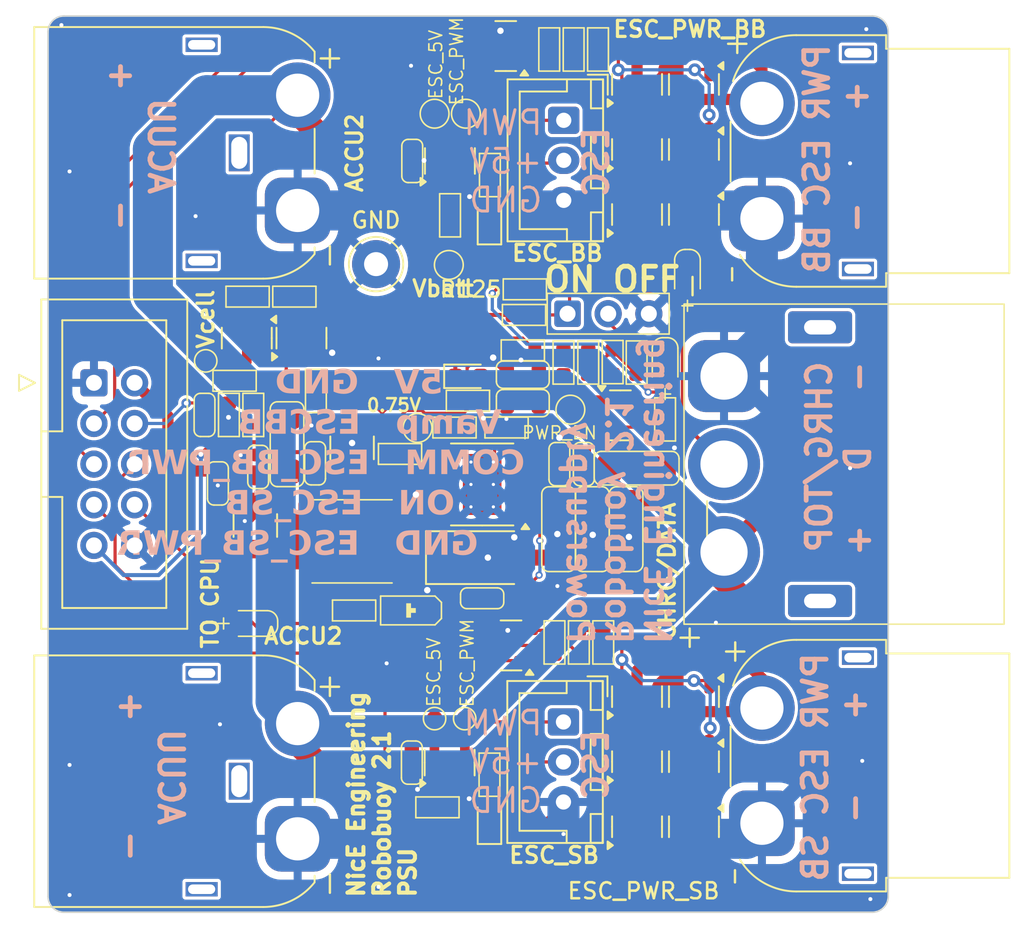
<source format=kicad_pcb>
(kicad_pcb (version 20241229) (generator "pcbnew") (generator_version "9.0")
  (title_block (title "Bottom V2.0 Round") (date "2025-03-14") (rev "2.0") (company "NicE Engineering"))
  (layers (0 "F.Cu" signal) (4 "In1.Cu" signal) (6 "In2.Cu" signal) (2 "B.Cu" signal) (13 "F.Paste" user) (15 "B.Paste" user) (5 "F.SilkS" user "F.Silkscreen") (7 "B.SilkS" user "B.Silkscreen") (1 "F.Mask" user) (3 "B.Mask" user) (25 "Edge.Cuts" user))
  (net 0 "")
  (net 1 "Net-(D101-A)")
  (net 2 "GND")
  (net 3 "VSAMP")
  (net 4 "Vbatt")
  (net 5 "+5V")
  (net 6 "COMM")
  (net 7 "Net-(Q101-D)")
  (net 8 "Net-(Q102-G)")
  (net 9 "Net-(Q102-D)")
  (net 10 "Net-(Q103-D)")
  (net 11 "ESC_SB_PWR")
  (net 12 "Net-(Q104-D)")
  (net 13 "ESC_BB_PWR")
  (net 14 "Net-(Q105-G)")
  (net 15 "Net-(Q106-G)")
  (net 16 "Net-(Q101-G)")
  (net 17 "ESC_BB")
  (net 18 "Net-(U102-A)")
  (net 19 "ESC_SB")
  (net 20 "Net-(D101-K)")
  (net 22 "Net-(D104-K)")
  (net 23 "Net-(U101-BOOT)")
  (net 24 "Net-(D107-K)")
  (net 25 "Net-(J102-Pin_2)")
  (net 26 "Net-(J103-Pin_2)")
  (net 27 "Net-(D105-A)")
  (net 28 "Net-(D106-A)")
  (net 29 "Net-(D108-A)")
  (net 30 "Net-(J102-Pin_1)")
  (net 31 "Net-(J103-Pin_1)")
  (net 32 "Net-(D103-A)")
  (net 33 "Net-(R105-Pad2)")
  (net 34 "Net-(U103-A)")
  (net 35 "Net-(U101-FB)")
  (net 37 "Net-(U101-RT{slash}SYNC)")
  (net 39 "ON")
  (net 40 "Net-(J105-Pin_2)")
  (net 41 "Net-(J106-Pin_2)")
  (net 42 "Net-(Q119-G)")
  (net 43 "Net-(Q119-D)")
  (footprint "A_Device:R_0603" (layer "F.Cu") (at 105.936 77.544 180)
    (property "Reference" "R123" (hide yes))
    (property "Value" "10K")
  )
  (footprint "A_Device:R_0603" (layer "F.Cu") (at 123.589 62.05 -90)
    (property "Reference" "R102" (hide yes))
    (property "Value" "100K")
  )
  (footprint "Connector_IDC:IDC-Header_2x05_P2.54mm_Vertical" (layer "F.Cu") (at 89.68 63.32)
    (property "Reference" "J108" (hide yes))
    (property "Value" "TO CPU")
  )
  (footprint "A_Device:C_0603" (layer "F.Cu") (at 109.5428 87.05 -90)
    (property "Reference" "C108" (hide yes))
    (property "Value" "100n")
  )
  (footprint "LED_SMD:LED_0603_1608Metric" (layer "F.Cu") (at 114.3942 90.6504 90)
    (property "Reference" "D105" (hide yes))
    (property "Value" "PWR_ESC")
  )
  (footprint "A_Device:R_0603" (layer "F.Cu") (at 115.461 66.114 180)
    (property "Reference" "R124" (hide yes))
    (property "Value" "47K")
  )
  (footprint "Package_TO_SOT_SMD:SOT-23" (layer "F.Cu") (at 127.1704 91.0568 -90)
    (property "Reference" "Q115" (hide yes))
    (property "Value" "AO3401A")
  )
  (footprint "A_Device:R_0603" (layer "F.Cu") (at 118.128 42.492 90)
    (property "Reference" "R118" (hide yes))
    (property "Value" "100K")
  )
  (footprint "A_Device:C_1206_(1.6)" (layer "F.Cu") (at 101.745 67.1554 90)
    (property "Reference" "C113" (hide yes))
    (property "Value" "4.7uF/10V")
  )
  (footprint "Diode_SMD:D_SMA" (layer "F.Cu") (at 113.937 74.242)
    (property "Reference" "D107" (hide yes))
    (property "Value" "SS54")
  )
  (footprint "Package_TO_SOT_SMD:SOT-23-5" (layer "F.Cu") (at 111.905 87.05 90)
    (property "Reference" "U102" (hide yes))
    (property "Value" "SN74LV1T34DBV")
  )
  (footprint "A_Device:R_0603" (layer "F.Cu") (at 119.9799 79.5404 90)
    (property "Reference" "R119" (hide yes))
    (property "Value" "10K")
  )
  (footprint "A_Device:R_0603" (layer "F.Cu") (at 108.8062 67.765)
    (property "Reference" "R115" (hide yes))
    (property "Value" "47K")
  )
  (footprint "A_Connector:AMASS_XT60IPW-M_1x03_P7.20mm_Horizontal" (layer "F.Cu") (at 102.4085 91.812 90)
    (property "Reference" "J104" (hide yes))
    (property "Value" "ACCU2")
  )
  (footprint "A_Device:R_0603" (layer "F.Cu") (at 111.143 89.844 180)
    (property "Reference" "R112" (hide yes))
    (property "Value" "100")
  )
  (footprint "Connector_JST:JST_XH_B3B-XH-A_1x03_P2.50mm_Vertical" (layer "F.Cu") (at 119.034 46.918 -90)
    (property "Reference" "J103" (hide yes))
    (property "Value" "ESC_BB")
  )
  (footprint "A_Device:C_1206_(1.6)" (layer "F.Cu") (at 123.589 68.654)
    (property "Reference" "C107" (hide yes))
    (property "Value" "22uF/35V")
  )
  (footprint "A_Device:R_0603" (layer "F.Cu") (at 98.1128 65.3266 -90)
    (property "Reference" "R110" (hide yes))
    (property "Value" "1k")
  )
  (footprint "A_Device:C_0603" (layer "F.Cu") (at 113.937 76.782)
    (property "Reference" "C114" (hide yes))
    (property "Value" "100n")
  )
  (footprint "A_Device:D_SOD-323_1.8x1.4x1.15" (layer "F.Cu") (at 126.764 56.5382 -90)
    (property "Reference" "D109" (hide yes))
    (property "Value" "1N4148WS")
  )
  (footprint "Package_TO_SOT_SMD:SOT-23" (layer "F.Cu") (at 123.6144 44.6764 90)
    (property "Reference" "Q114" (hide yes))
    (property "Value" "AO3401A")
  )
  (footprint "A_Device:R_0603" (layer "F.Cu") (at 112.2098 66.114)
    (property "Reference" "R116" (hide yes))
    (property "Value" "8.2K")
  )
  (footprint "A_Device:R_0603" (layer "F.Cu") (at 111.9304 52.8552 -90)
    (property "Reference" "R111" (hide yes))
    (property "Value" "100")
  )
  (footprint "A_Device:C_0603" (layer "F.Cu") (at 96.5888 65.3266 -90)
    (property "Reference" "C106" (hide yes))
    (property "Value" "100n")
  )
  (footprint "A_Device:C_0603" (layer "F.Cu") (at 120.287 68.4 90)
    (property "Reference" "C102" (hide yes))
    (property "Value" "100n")
  )
  (footprint "A_Device:D_SOD-323_1.8x1.4x1.15" (layer "F.Cu") (at 99.6114 78.3568 180)
    (property "Reference" "D104" (hide yes))
    (property "Value" "1N4148WS")
  )
  (footprint "Package_TO_SOT_SMD:SOT-23" (layer "F.Cu") (at 123.6144 52.8044 90)
    (property "Reference" "Q108" (hide yes))
    (property "Value" "AO3401A")
  )
  (footprint "A_Device:R_0603" (layer "F.Cu") (at 121.5039 79.5404 90)
    (property "Reference" "R121" (hide yes))
    (property "Value" "18K")
  )
  (footprint "A_Connector:AMASS_XT60PW-F_1x02_P7.20mm_Horizontal" (layer "F.Cu") (at 131.417 53.058 -90)
    (property "Reference" "J106" (hide yes))
    (property "Value" "ESC_PWR_BB")
  )
  (footprint "A_Device:C_0603" (layer "F.Cu") (at 118.763 68.4 90)
    (property "Reference" "C103" (hide yes))
    (property "Value" "10n")
  )
  (footprint "A_Pads_Pins:Testpad_1.4" (layer "F.Cu") (at 119.4488 64.9964 180)
    (property "Reference" "TP102" (hide yes))
    (property "Value" "PWR_EN")
  )
  (footprint "A_Pads_Pins:Testpad_1.4" (layer "F.Cu") (at 112.921 46.5052)
    (property "Reference" "TP105" (hide yes))
    (property "Value" "ESC_PWM")
  )
  (footprint "Package_TO_SOT_SMD:SOT-23-5" (layer "F.Cu") (at 111.922 49.458 90)
    (property "Reference" "U103" (hide yes))
    (property "Value" "SN74LV1T34DBV")
  )
  (footprint "TestPoint:TestPoint_Loop_D2.54mm_Drill1.5mm_Beaded" (layer "F.Cu") (at 107.3076 55.9032)
    (property "Reference" "TP101" (hide yes))
    (property "Value" "GND")
  )
  (footprint "Package_TO_SOT_SMD:SOT-23" (layer "F.Cu") (at 102.6453 60.526 90)
    (property "Reference" "Q101" (hide yes))
    (property "Value" "AO3400A")
  )
  (footprint "A_Device:R_0603" (layer "F.Cu") (at 98.4684 63.193 180)
    (property "Reference" "R109" (hide yes))
    (property "Value" "6.2k")
  )
  (footprint "Package_TO_SOT_SMD:SOT-23" (layer "F.Cu") (at 127.1704 82.9288 -90)
    (property "Reference" "Q111" (hide yes))
    (property "Value" "AO3401A")
  )
  (footprint "A_Device:R_0603" (layer "F.Cu") (at 116.477 61.288 180)
    (property "Reference" "R107" (hide yes))
    (property "Value" "47K")
  )
  (footprint "A_Connector:AMASS_XT60IPW-M_1x03_P5.50mm_Vertical" (layer "F.Cu") (at 129.05 68.4 -90)
    (property "Reference" "J101" (hide yes))
    (property "Value" "CHRG/DATA")
  )
  (footprint "A_Device:C_0805" (layer "F.Cu") (at 116.477 62.812 180)
    (property "Reference" "C104" (hide yes))
    (property "Value" "10u/25V")
  )
  (footprint "LED_SMD:LED_0603_1608Metric" (layer "F.Cu") (at 114.3942 53.1854 90)
    (property "Reference" "D106" (hide yes))
    (property "Value" "PWR_ESC")
  )
  (footprint "A_Device:L_6.6x7.0mm" (layer "F.Cu") (at 105.809 73.226 180)
    (property "Reference" "L101" (hide yes))
    (property "Value" "10uH")
  )
  (footprint "A_Device:C_1206_(1.6)" (layer "F.Cu") (at 122.9286 72.464 -90)
    (property "Reference" "C110" (hide yes))
    (property "Value" "22uF/35V")
  )
  (footprint "A_Pads_Pins:Testpad_1.4" (layer "F.Cu") (at 109.8984 66.1394 180)
    (property "Reference" "TP106" (hide yes))
    (property "Value" "0.75V")
  )
  (footprint "A_Connector:AMASS_XT60PW-F_1x02_P7.20mm_Horizontal" (layer "F.Cu") (at 131.417 90.84 -90)
    (property "Reference" "J105" (hide yes))
    (property "Value" "ESC_PWR_SB")
  )
  (footprint "Capacitor_SMD:C_1210_3225Metric" (layer "F.Cu") (at 105.809 67.384 90)
    (property "Reference" "C111" (hide yes))
    (property "Value" "100u/10V")
  )
  (footprint "Package_TO_SOT_SMD:SOT-23" (layer "F.Cu") (at 127.1704 86.9928 -90)
    (property "Reference" "Q113" (hide yes))
    (property "Value" "AO3401A")
  )
  (footprint "A_Connector:AMASS_XT60IPW-M_1x03_P7.20mm_Horizontal" (layer "F.Cu") (at 102.4085 52.55 90)
    (property "Reference" "J107" (hide yes))
    (property "Value" "ACCU2")
  )
  (footprint "Package_TO_SOT_SMD:SOT-23" (layer "F.Cu") (at 123.6144 86.9928 90)
    (property "Reference" "Q105" (hide yes))
    (property "Value" "AO3401A")
  )
  (footprint "Package_SO:SOIC-8-1EP_3.9x4.9mm_P1.27mm_EP2.41x3.81mm_ThermalVias" (layer "F.Cu") (at 113.937 69.67 180)
    (property "Reference" "U101" (hide yes))
    (property "Value" "LMR16020PDDA")
  )
  (footprint "Package_TO_SOT_SMD:SOT-23" (layer "F.Cu") (at 115.7404 79.7284 180)
    (property "Reference" "Q103" (hide yes))
    (property "Value" "AO3400A")
  )
  (footprint "Connector_JST:JST_XH_B3B-XH-A_1x03_P2.50mm_Vertical" (layer "F.Cu") (at 119.017 84.51 -90)
    (property "Reference" "J102" (hide yes))
    (property "Value" "ESC_SB")
  )
  (footprint "A_Device:C_0603" (layer "F.Cu") (at 99.9416 68.5778 90)
    (property "Reference" "C112" (hide yes))
    (property "Value" "100n")
  )
  (footprint "A_Pads_Pins:Testpad_1.4" (layer "F.Cu") (at 111.8542 55.954)
    (property "Reference" "TP109" (hide yes))
    (property "Value" "Vbatt")
  )
  (footprint "A_Device:R_0603" (layer "F.Cu") (at 125.367 65.606 90)
    (property "Reference" "R132" (hide yes))
    (property "Value" "10K")
  )
  (footprint "Package_TO_SOT_SMD:SOT-23" (layer "F.Cu") (at 123.6144 48.7404 90)
    (property "Reference" "Q112" (hide yes))
    (property "Value" "AO3401A")
  )
  (footprint "A_Device:C_0603" (layer "F.Cu") (at 103.4976 68.3492 90)
    (property "Reference" "C119" (hide yes))
    (property "Value" "1n")
  )
  (footprint "A_Device:D_SOD-323_1.8x1.4x1.15" (layer "F.Cu") (at 125.367 62.05 -90)
    (property "Reference" "D101" (hide yes))
    (property "Value" "1N4148WS")
  )
  (footprint "A_Device:C_0603" (layer "F.Cu") (at 109.5682 49.458 -90)
    (property "Reference" "C109" (hide yes))
    (property "Value" "100n")
  )
  (footprint "Package_TO_SOT_SMD:SOT-23" (layer "F.Cu") (at 122.573 65.352)
    (property "Reference" "Q119" (hide yes))
    (property "Value" "AO3401A")
  )
  (footprint "A_Device:C_0603" (layer "F.Cu") (at 97.427 69.6058 -90)
    (property "Reference" "C116" (hide yes))
    (property "Value" "100n")
  )
  (footprint "A_Pads_Pins:Testpad_1.4" (layer "F.Cu") (at 110.9652 46.5052)
    (property "Reference" "TP108" (hide yes))
    (property "Value" "ESC_5V")
  )
  (footprint "A_Device:R_0603" (layer "F.Cu") (at 113.048 64.4376 180)
    (property "Reference" "R103" (hide yes))
    (property "Value" "10K")
  )
  (footprint "A_Connector:Header_1x03_P2.54_Male" (layer "F.Cu") (at 121.811 59.002)
    (property "Reference" "SW101" (hide yes))
    (property "Value" "On/Off")
  )
  (footprint "A_Device:R_0603" (layer "F.Cu") (at 114.4196 50.3406 90)
    (property "Reference" "R114" (hide yes))
    (property "Value" "4.7k")
  )
  (footprint "LED_SMD:LED_0603_1608Metric" (layer "F.Cu") (at 113.048 62.9136)
    (property "Reference" "D103" (hide yes))
    (property "Value" "COM")
  )
  (footprint "A_Device:R_0603" (layer "F.Cu") (at 114.3942 87.8056 90)
    (property "Reference" "R113" (hide yes))
    (property "Value" "4.7k")
  )
  (footprint "A_Device:R_0603" (layer "F.Cu") (at 116.604 57.478 180)
    (property "Reference" "R125")
    (property "Value" "1k")
  )
  (footprint "Package_TO_SOT_SMD:SOT-23" (layer "F.Cu") (at 127.1704 52.8044 -90)
    (property "Reference" "Q110" (hide yes))
    (property "Value" "AO3401A")
  )
  (footprint "A_Device:R_0603" (layer "F.Cu") (at 120.5664 62.05 90)
    (property "Reference" "R105" (hide yes))
    (property "Value" "100K")
  )
  (footprint "A_Pads_Pins:Testpad_1" (layer "F.Cu") (at 110.9652 84.3004)
    (property "Reference" "TP107" (hide yes))
    (property "Value" "ESC_5V")
  )
  (footprint "Capacitor_SMD:C_1210_3225Metric" (layer "F.Cu") (at 99.7638 72.2354 90)
    (property "Reference" "C117" (hide yes))
    (property "Value" "100u/10V")
  )
  (footprint "A_Device:R_0603" (layer "F.Cu") (at 116.5532 59.0782 180)
    (property "Reference" "R129" (hide yes))
    (property "Value" "2K")
  )
  (footprint "A_Device:R_0603" (layer "F.Cu") (at 122.0904 62.0246 -90)
    (property "Reference" "R126" (hide yes))
    (property "Value" "100K")
  )
  (footprint "A_Device:R_0603" (layer "F.Cu") (at 99.6368 65.3266 -90)
    (property "Reference" "R108" (hide yes))
    (property "Value" "1k")
  )
  (footprint "A_Device:R_0603" (layer "F.Cu") (at 119.652 42.492 90)
    (property "Reference" "R120" (hide yes))
    (property "Value" "10K")
  )
  (footprint "A_Device:R_0603" (layer "F.Cu") (at 103.5484 63.828 -90)
    (property "Reference" "R101" (hide yes))
    (property "Value" "100")
  )
  (footprint "A_Device:R_0603" (layer "F.Cu") (at 121.176 42.492 90)
    (property "Reference" "R122" (hide yes))
    (property "Value" "18K")
  )
  (footprint "Package_TO_SOT_SMD:SOT-23" (layer "F.Cu") (at 123.6144 82.9288 90)
    (property "Reference" "Q107" (hide yes))
    (property "Value" "AO3401A")
  )
  (footprint "A_Device:C_1206_(1.6)" (layer "F.Cu") (at 120.827055 72.464 -90)
    (property "Reference" "C101" (hide yes))
    (property "Value" "4.7uF/50V")
  )
  (footprint "A_Passive:LED_0805" (layer "F.Cu") (at 109.492 77.544 180)
    (property "Reference" "D108" (hide yes))
    (property "Value" "3.3V")
  )
  (footprint "Package_TO_SOT_SMD:SOT-23" (layer "F.Cu") (at 99.2304 60.526 -90)
    (property "Reference" "Q102" (hide yes))
    (property "Value" "AO3401A")
  )
  (footprint "Package_TO_SOT_SMD:SOT-23" (layer "F.Cu") (at 123.6144 91.0568 90)
    (property "Reference" "Q109" (hide yes))
    (property "Value" "AO3401A")
  )
  (footprint "A_Pads_Pins:Testpad_1" (layer "F.Cu") (at 96.665 61.9484)
    (property "Reference" "TP103" (hide yes))
    (property "Value" "Vcell")
  )
  (footprint "A_Device:C_1206_(1.6)" (layer "F.Cu") (at 118.7122 72.464 -90)
    (property "Reference" "C115" (hide yes))
    (property "Value" "22uF/35V")
  )
  (footprint "A_Device:R_0603" (layer "F.Cu") (at 99.2812 57.9352 180)
    (property "Reference" "R128" (hide yes))
    (property "Value" "10K")
  )
  (footprint "Package_TO_SOT_SMD:SOT-23" (layer "F.Cu") (at 127.1704 44.6764 -90)
    (property "Reference" "Q116" (hide yes))
    (property "Value" "AO3401A")
  )
  (footprint "Package_TO_SOT_SMD:SOT-23" (layer "F.Cu") (at 115.4102 42.2775 180)
    (property "Reference" "Q104" (hide yes))
    (property "Value" "AO3400A")
  )
  (footprint "A_Device:R_0603" (layer "F.Cu") (at 118.4559 79.5404 90)
    (property "Reference" "R117" (hide yes))
    (property "Value" "100K")
  )
  (footprint "A_Device:R_0603" (layer "F.Cu") (at 102.2022 57.9352 180)
    (property "Reference" "R104" (hide yes))
    (property "Value" "100K")
  )
  (footprint "A_Device:R_0603" (layer "F.Cu") (at 119.017 62.05 90)
    (property "Reference" "R106" (hide yes))
    (property "Value" "100K")
  )
  (footprint "A_Pads_Pins:Testpad_1" (layer "F.Cu") (at 112.8448 84.3004)
    (property "Reference" "TP104" (hide yes))
    (property "Value" "ESC_PWM")
  )
  (footprint "Package_TO_SOT_SMD:SOT-23" (layer "F.Cu") (at 127.1704 48.7404 -90)
    (property "Reference" "Q106" (hide yes))
    (property "Value" "AO3401A")
  )
  (footprint "A_Device:C_0805" (layer "F.Cu") (at 116.477 64.59 180)
    (property "Reference" "C105" (hide yes))
    (property "Value" "10u/25V")
  )
  (gr_arc (start 87.81 96.4) (mid 87.102893 96.107107) (end 86.81 95.4) (stroke (width 0.1)) (layer "Edge.Cuts"))
  (gr_arc (start 139.31 95.4) (mid 139.017107 96.107107) (end 138.31 96.4) (stroke (width 0.1)) (layer "Edge.Cuts"))
  (gr_line (start 87.81 40.4) (end 138.31 40.4) (stroke (width 0.1)) (layer "Edge.Cuts"))
  (gr_arc (start 86.81 41.4) (mid 87.102893 40.692893) (end 87.81 40.4) (stroke (width 0.1)) (layer "Edge.Cuts"))
  (gr_arc (start 138.31 40.4) (mid 139.017107 40.692893) (end 139.31 41.4) (stroke (width 0.1)) (layer "Edge.Cuts"))
  (gr_line (start 138.31 96.4) (end 87.81 96.4) (stroke (width 0.1)) (layer "Edge.Cuts"))
  (gr_line (start 86.81 95.4) (end 86.81 41.4) (stroke (width 0.1)) (layer "Edge.Cuts"))
  (gr_line (start 139.31 41.4) (end 139.31 95.4) (stroke (width 0.1)) (layer "Edge.Cuts"))
  (gr_text "ON OFF" (at 117.6454 57.732 0) (layer "F.SilkS") (effects (font (size 1.5 1.5) (thickness 0.3) (bold yes)) (justify left bottom)))
  (gr_text "NicE Engineering\nRobobuoy 2.1\nPSU" (at 109.873 95.578 90) (layer "F.SilkS") (effects (font (size 1 1) (thickness 0.25) (bold yes)) (justify left bottom)))
  (gr_text "+" (at 126.7894 79.2458 90) (layer "F.SilkS") (effects (font (size 1.5 1.5))))
  (gr_text "ESC" (at 121.9144 84.8488 90) (layer "B.SilkS") (effects (font (size 1.5 1.5) (thickness 0.3) (bold yes)) (justify left bottom mirror)))
  (gr_text "PWM\n+5V\nGND" (at 117.8232 90.2948 0) (layer "B.SilkS") (effects (font (size 1.5 1.5) (thickness 0.1875)) (justify left bottom mirror)))
  (gr_text "NicE Engineering\nRobobuoy 2.1\nPowersupply" (at 119.144 79.8046 270) (layer "B.SilkS") (effects (font (size 1.5 1.5) (thickness 0.3) (bold yes)) (justify left bottom mirror)))
  (gr_text "PWR ESC SB\n  +    -" (at 138.0416 80.0332 90) (layer "B.SilkS") (effects (font (size 1.5 1.5) (thickness 0.3) (bold yes)) (justify left bottom mirror)))
  (gr_text "PWR ESC BB\n  +     -" (at 138.1432 42.0094 90) (layer "B.SilkS") (effects (font (size 1.5 1.5) (thickness 0.3) (bold yes)) (justify left bottom mirror)))
  (gr_text "CHRG/TOP\n-   D   +" (at 138.2956 61.8214 90) (layer "B.SilkS") (effects (font (size 1.5 1.5) (thickness 0.3) (bold yes)) (justify left bottom mirror)))
  (gr_text "  ACUU\n-      +" (at 90.569 53.9728 270) (layer "B.SilkS") (effects (font (size 1.5 1.5) (thickness 0.3) (bold yes)) (justify left bottom mirror)))
  (gr_text "PWM\n+5V\nGND" (at 117.8232 52.779 0) (layer "B.SilkS") (effects (font (size 1.5 1.5) (thickness 0.1875)) (justify left bottom mirror)))
  (gr_text "  ACUU\n-      +" (at 91.1786 93.3936 270) (layer "B.SilkS") (effects (font (size 1.5 1.5) (thickness 0.3) (bold yes)) (justify left bottom mirror)))
  (gr_text "       5V   GND\n  Vamp   ESCBB\nCOMM   ESC_BB_PWR\n      ON   ESC_SB\n    GND   ESC_SB_PWR\n" (at 116.604 68.4 0) (layer "B.SilkS") (effects (font (size 1.5 1.5) (thickness 0.3) (bold yes)) (justify left mirror)))
  (gr_text "ESC" (at 121.938 47.191 90) (layer "B.SilkS") (effects (font (size 1.5 1.5) (thickness 0.3) (bold yes)) (justify left bottom mirror)))
  (segment (start 120.5664 62.7986) (end 122.0904 61.2746) (width 0.2) (layer "F.Cu") (net 1))
  (segment (start 125.367 63.1) (end 124.8676 63.1) (width 0.2) (layer "F.Cu") (net 1))
  (segment (start 122.0904 61.3014) (end 123.589 62.8) (width 0.2) (layer "F.Cu") (net 1))
  (segment (start 122.0904 61.2746) (end 122.0904 61.3014) (width 0.2) (layer "F.Cu") (net 1))
  (segment (start 120.5664 62.8) (end 120.5664 62.7986) (width 0.2) (layer "F.Cu") (net 1))
  (segment (start 120.6052 62.8) (end 120.541 62.8) (width 0.2) (layer "F.Cu") (net 1))
  (segment (start 124.5676 62.8) (end 123.589 62.8) (width 0.2) (layer "F.Cu") (net 1))
  (segment (start 124.8676 63.1) (end 124.5676 62.8) (width 0.2) (layer "F.Cu") (net 1))
  (segment (start 98.1128 65.502) (end 98.0874 65.4766) (width 0.2) (layer "F.Cu") (net 2))
  (segment (start 123.113055 72.953255) (end 123.1064 72.9466) (width 0.6) (layer "F.Cu") (net 2))
  (segment (start 116.3477 41.3275) (end 115.0839 41.3275) (width 0.2) (layer "F.Cu") (net 2))
  (segment (start 105.2382 67.65) (end 105.809 67.0792) (width 0.6) (layer "F.Cu") (net 2))
  (segment (start 103.269 65.987) (end 103.4976 66.2156) (width 0.6) (layer "F.Cu") (net 2))
  (segment (start 109.5682 50.208) (end 109.5682 50.1628) (width 0.2) (layer "F.Cu") (net 2))
  (segment (start 110.508 77.528) (end 110.508 76.274) (width 0.2) (layer "F.Cu") (net 2))
  (segment (start 111.462 70.305) (end 113.302 70.305) (width 0.6) (layer "F.Cu") (net 2))
  (segment (start 114.3942 53.9729) (end 116.9791 53.9729) (width 0.2) (layer "F.Cu") (net 2))
  (segment (start 111.462 70.305) (end 109.7968 70.305) (width 0.4) (layer "F.Cu") (net 2))
  (segment (start 99.7638 71.2956) (end 99.1034 71.956) (width 0.8) (layer "F.Cu") (net 2))
  (segment (start 109.5682 50.1628) (end 110.3048 49.4262) (width 0.2) (layer "F.Cu") (net 2))
  (segment (start 97.427 69.737773) (end 97.420027 69.7308) (width 0.4) (layer "F.Cu") (net 2))
  (segment (start 101.745 65.4554) (end 102.7374 65.4554) (width 0.8) (layer "F.Cu") (net 2))
  (segment (start 115.477 64.59) (end 115.477 62.812) (width 0.2) (layer "F.Cu") (net 2))
  (segment (start 100.1194 67.65) (end 103.523 67.65) (width 0.25) (layer "F.Cu") (net 2))
  (segment (start 115.477 65.552654) (end 115.452355 65.577299) (width 0.2) (layer "F.Cu") (net 2))
  (segment (start 99.9416 67.8278) (end 98.8628 67.8278) (width 0.2) (layer "F.Cu") (net 2))
  (segment (start 122.8506 74.242) (end 122.9286 74.164) (width 1) (layer "F.Cu") (net 2))
  (segment (start 125.289 68.654) (end 125.289 68.0462) (width 0.6) (layer "F.Cu") (net 2))
  (segment (start 113.302 70.305) (end 113.937 69.67) (width 0.6) (layer "F.Cu") (net 2))
  (segment (start 114.0132 65.5298) (end 114.1268 65.5298) (width 0.2) (layer "F.Cu") (net 2))
  (segment (start 104.5413 61.4635) (end 104.5644 61.4404) (width 0.25) (layer "F.Cu") (net 2))
  (segment (start 114.6228 61.7452) (end 114.645249 61.767649) (width 0.2) (layer "F.Cu") (net 2))
  (segment (start 103.523 67.65) (end 105.2382 67.65) (width 0.6) (layer "F.Cu") (net 2))
  (segment (start 105.809 65.909) (end 105.809 67.0792) (width 0.6) (layer "F.Cu") (net 2))
  (segment (start 116.3477 41.3275) (end 117.7135 41.3275) (width 0.2) (layer "F.Cu") (net 2))
  (segment (start 112.9598 66.114) (end 112.9598 66.1274) (width 0.2) (layer "F.Cu") (net 2))
  (segment (start 113.937 67.1046) (end 113.937 69.67) (width 0.2) (layer "F.Cu") (net 2))
  (segment (start 97.427 70.3558) (end 97.427 69.737773) (width 0.4) (layer "F.Cu") (net 2))
  (segment (start 114.711 66.114) (end 114.711 68.896) (width 0.2) (layer "F.Cu") (net 2))
  (segment (start 120.827055 74.164) (end 120.827055 72.838345) (width 0.6) (layer "F.Cu") (net 2))
  (segment (start 116.6899 78.7904) (end 116.6779 78.7784) (width 0.2) (layer "F.Cu") (net 2))
  (segment (start 116.9791 53.9729) (end 119.034 51.918) (width 0.2) (layer "F.Cu") (net 2))
  (segment (start 115.727 61.738) (end 115.883229 61.894229) (width 0.2) (layer "F.Cu") (net 2))
  (segment (start 120.287 67.65) (end 118.763 67.65) (width 0.4) (layer "F.Cu") (net 2))
  (segment (start 118.4559 78.7904) (end 116.6899 78.7904) (width 0.2) (layer "F.Cu") (net 2))
  (segment (start 114.645249 61.980249) (end 115.477 62.812) (width 0.2) (layer "F.Cu") (net 2))
  (segment (start 118.636 74.0878) (end 118.636 72.7688) (width 0.6) (layer "F.Cu") (net 2))
  (segment (start 112.855 89.035) (end 113.1242 89.3042) (width 0.2) (layer "F.Cu") (net 2))
  (segment (start 101.745 65.4554) (end 101.745 65.872) (width 0.7) (layer "F.Cu") (net 2))
  (segment (start 99.7638 70.7604) (end 99.7638 71.2956) (width 0.8) (layer "F.Cu") (net 2))
  (segment (start 99.9416 67.8278) (end 100.1194 67.65) (width 0.25) (layer "F.Cu") (net 2))
  (segment (start 115.727 61.288) (end 115.727 61.738) (width 0.2) (layer "F.Cu") (net 2))
  (segment (start 102.7374 65.4554) (end 103.269 65.987) (width 0.8) (layer "F.Cu") (net 2))
  (segment (start 115.937 74.242) (end 114.2926 74.242) (width 0.4) (layer "F.Cu") (net 2))
  (segment (start 103.5953 61.4635) (end 104.5413 61.4635) (width 0.25) (layer "F.Cu") (net 2))
  (segment (start 109.5428 87.8) (end 109.5428 88.3644) (width 0.2) (layer "F.Cu") (net 2))
  (segment (start 118.7122 74.164) (end 118.636 74.0878) (width 0.6) (layer "F.Cu") (net 2))
  (segment (start 109.5428 88.3644) (end 109.8984 88.72) (width 0.2) (layer "F.Cu") (net 2))
  (segment (start 114.711 68.896) (end 113.937 69.67) (width 0.2) (layer "F.Cu") (net 2))
  (segment (start 120.827055 72.838345) (end 120.8458 72.8196) (width 0.6) (layer "F.Cu") (net 2))
  (segment (start 115.477 64.59) (end 115.477 65.552654) (width 0.2) (layer "F.Cu") (net 2))
  (segment (start 112.872 50.5955) (end 112.872 51.4092) (width 0.2) (layer "F.Cu") (net 2))
  (segment (start 112.9598 66.1274) (end 113.937 67.1046) (width 0.2) (layer "F.Cu") (net 2))
  (segment (start 114.645249 61.767649) (end 114.645249 61.980249) (width 0.2) (layer "F.Cu") (net 2))
  (segment (start 103.4976 66.2156) (end 103.4976 67.5992) (width 0.6) (layer "F.Cu") (net 2))
  (segment (start 98.8628 67.8278) (end 98.8494 67.8412) (width 0.2) (layer "F.Cu") (net 2))
  (segment (start 117.0891 91.4379) (end 119.017 89.51) (width 0.2) (layer "F.Cu") (net 2))
  (segment (start 123.113055 74.164) (end 118.7122 74.164) (width 0.6) (layer "F.Cu") (net 2))
  (segment (start 113.937 69.67) (end 113.937 72.242) (width 0.6) (layer "F.Cu") (net 2))
  (segment (start 98.1128 66.0766) (end 98.1128 65.502) (width 0.2) (layer "F.Cu") (net 2))
  (segment (start 118.763 67.65) (end 118.763 66.749) (width 0.4) (layer "F.Cu") (net 2))
  (segment (start 113.937 72.242) (end 115.937 74.242) (width 0.6) (layer "F.Cu") (net 2))
  (segment (start 112.855 88.1875) (end 112.855 89.035) (width 0.2) (layer "F.Cu") (net 2))
  (segment (start 115.937 74.242) (end 122.8506 74.242) (width 1) (layer "F.Cu") (net 2))
  (segment (start 115.937 72.9786) (end 115.9436 72.972) (width 0.4) (layer "F.Cu") (net 2))
  (segment (start 118.7122 75.9438) (end 118.636 76.02) (width 0.4) (layer "F.Cu") (net 2))
  (segment (start 123.113055 74.164) (end 123.113055 72.953255) (width 0.6) (layer "F.Cu") (net 2))
  (segment (start 117.7135 41.3275) (end 118.128 41.742) (width 0.2) (layer "F.Cu") (net 2))
  (segment (start 114.1268 65.5298) (end 114.711 66.114) (width 0.2) (layer "F.Cu") (net 2))
  (segment (start 114.3942 91.4379) (end 117.0891 91.4379) (width 0.2) (layer "F.Cu") (net 2))
  (segment (start 112.872 51.4092) (end 113.1496 51.6868) (width 0.2) (layer "F.Cu") (net 2))
  (segment (start 115.937 74.242) (end 115.937 72.9786) (width 0.4) (layer "F.Cu") (net 2))
  (segment (start 125.289 68.0462) (end 125.9512 67.384) (width 0.6) (layer "F.Cu") (net 2))
  (segment (start 118.7122 74.164) (end 118.7122 75.9438) (width 0.4) (layer "F.Cu") (net 2))
  (segment (start 115.0839 41.3275) (end 115.08 41.3236) (width 0.2) (layer "F.Cu") (net 2))
  (segment (start 110.492 77.544) (end 110.508 77.528) (width 0.2) (layer "F.Cu") (net 2))
  (segment (start 118.4559 78.7904) (end 115.539 78.7904) (width 0.2) (layer "F.Cu") (net 2))
  (segment (start 99.6368 66.0766) (end 96.5888 66.0766) (width 0.2) (layer "F.Cu") (net 2))
  (segment (start 115.883229 61.894229) (end 116.364147 61.894229) (width 0.2) (layer "F.Cu") (net 2))
  (segment (start 115.539 78.7904) (end 115.5372 78.7886) (width 0.2) (layer "F.Cu") (net 2))
  (via (at 113.1242 89.3042) (size 0.6) (drill 0.3) (layers "F.Cu" "B.Cu") (net 2))
  (via (at 88.156 95.324) (size 0.45) (drill 0.25) (layers "F.Cu" "B.Cu") (net 2))
  (via (at 109.7968 70.305) (size 0.8) (drill 0.4) (layers "F.Cu" "B.Cu") (net 2))
  (via (at 128.542 78.306) (size 0.45) (drill 0.25) (layers "F.Cu" "B.Cu") (net 2))
  (via (at 109.492 43.508) (size 0.45) (drill 0.25) (layers "F.Cu" "B.Cu") (net 2))
  (via (at 87.648 40.968) (size 0.45) (drill 0.25) (layers "F.Cu" "B.Cu") (net 2))
  (via (at 98.0874 65.4766) (size 0.6) (drill 0.3) (layers "F.Cu" "B.Cu") (net 2))
  (via (at 125.9512 67.384) (size 0.6) (drill 0.3) (layers "F.Cu" "B.Cu") (net 2))
  (via (at 99.1034 71.956) (size 0.45) (drill 0.25) (layers "F.Cu" "B.Cu") (net 2))
  (via (at 97.420027 69.7308) (size 0.45) (drill 0.25) (layers "F.Cu" "B.Cu") (net 2))
  (via (at 115.9436 72.972) (size 0.8) (drill 0.4) (layers "F.Cu" "B.Cu") (net 2))
  (via (at 137.686 86.942) (size 0.45) (drill 0.25) (layers "F.Cu" "B.Cu") (net 2))
  (via (at 109.8984 88.72) (size 0.6) (drill 0.3) (layers "F.Cu" "B.Cu") (net 2))
  (via (at 114.2926 74.242) (size 0.8) (drill 0.4) (layers "F.Cu" "B.Cu") (net 2))
  (via (at 118.763 66.749) (size 0.8) (drill 0.4) (layers "F.Cu" "B.Cu") (net 2))
  (via (at 123.716 41.222) (size 0.45) (drill 0.25) (layers "F.Cu" "B.Cu") (net 2))
  (via (at 96.03 52.906) (size 0.45) (drill 0.25) (layers "F.Cu" "B.Cu") (net 2))
  (via (at 107.46 94.816) (size 0.45) (drill 0.25) (layers "F.Cu" "B.Cu") (net 2))
  (via (at 110.508 76.274) (size 0.8) (drill 0.4) (layers "F.Cu" "B.Cu") (net 2))
  (via (at 107.968 80.846) (size 0.45) (drill 0.25) (layers "F.Cu" "B.Cu") (net 2))
  (via (at 113.1496 51.6868) (size 0.6) (drill 0.3) (layers "F.Cu" "B.Cu") (net 2))
  (via (at 120.8458 72.8196) (size 0.8) (drill 0.4) (layers "F.Cu" "B.Cu") (net 2))
  (via (at 98.8494 67.8412) (size 0.45) (drill 0.25) (layers "F.Cu" "B.Cu") (net 2))
  (via (at 88.156 87.196) (size 0.45) (drill 0.25) (layers "F.Cu" "B.Cu") (net 2))
  (via (at 110.3048 49.4262) (size 0.6) (drill 0.3) (layers "F.Cu" "B.Cu") (net 2))
  (via (at 119.017 91.514) (size 0.45) (drill 0.25) (layers "F.Cu" "B.Cu") (net 2))
  (via (at 116.364147 61.894229) (size 0.6) (drill 0.3) (layers "F.Cu" "B.Cu") (net 2))
  (via (at 103.269 65.987) (size 0.45) (drill 0.25) (layers "F.Cu" "B.Cu") (net 2))
  (via (at 107.46 61.796) (size 0.45) (drill 0.25) (layers "F.Cu" "B.Cu") (net 2))
  (via (at 88.156 50.112) (size 0.45) (drill 0.25) (layers "F.Cu" "B.Cu") (net 2))
  (via (at 136.924 49.604) (size 0.45) (drill 0.25) (layers "F.Cu" "B.Cu") (net 2))
  (via (at 115.452355 65.577299) (size 0.45) (drill 0.25) (layers "F.Cu" "B.Cu") (net 2))
  (via (at 114.6228 61.7452) (size 0.8) (drill 0.4) (layers "F.Cu" "B.Cu") (net 2))
  (via (at 115.5372 78.7886) (size 0.6) (drill 0.3) (layers "F.Cu" "B.Cu") (net 2))
  (via (at 123.1064 72.9466) (size 0.8) (drill 0.4) (layers "F.Cu" "B.Cu") (net 2))
  (via (at 115.08 41.3236) (size 0.8) (drill 0.4) (layers "F.Cu" "B.Cu") (net 2))
  (via (at 97.554 84.656) (size 0.45) (drill 0.25) (layers "F.Cu" "B.Cu") (net 2))
  (via (at 114.0132 65.5298) (size 0.6) (drill 0.3) (layers "F.Cu" "B.Cu") (net 2))
  (via (at 136.924 68.654) (size 0.45) (drill 0.25) (layers "F.Cu" "B.Cu") (net 2))
  (via (at 137.94 41.222) (size 0.45) (drill 0.25) (layers "F.Cu" "B.Cu") (net 2))
  (via (at 105.809 67.0792) (size 0.8) (drill 0.4) (layers "F.Cu" "B.Cu") (net 2))
  (via (at 104.5644 61.4404) (size 0.8) (drill 0.4) (layers "F.Cu" "B.Cu") (net 2))
  (via (at 118.636 72.7688) (size 0.8) (drill 0.4) (layers "F.Cu" "B.Cu") (net 2))
  (via (at 138.194 95.578) (size 0.45) (drill 0.25) (layers "F.Cu" "B.Cu") (net 2))
  (via (at 118.636 76.02) (size 0.45) (drill 0.25) (layers "F.Cu" "B.Cu") (net 2))
  (segment (start 102.4085 52.55) (end 130.909 52.55) (width 2.5) (layer "B.Cu") (net 2))
  (segment (start 119.017 91.685) (end 118.89 91.812) (width 2) (layer "B.Cu") (net 2))
  (segment (start 133.6728 66.7998) (end 133.6728 73.9372) (width 1) (layer "B.Cu") (net 2))
  (segment (start 131.417 53.058) (end 131.417 60.533) (width 2) (layer "B.Cu") (net 2))
  (segment (start 102.4085 91.812) (end 118.89 91.812) (width 2.5) (layer "B.Cu") (net 2))
  (segment (start 131.8186 78.7124) (end 134.6126 81.5064) (width 1) (layer "B.Cu") (net 2))
  (segment (start 134.6126 87.6444) (end 131.417 90.84) (width 1) (layer "B.Cu") (net 2))
  (segment (start 130.445 91.812) (end 131.417 90.84) (width 2.5) (layer "B.Cu") (net 2))
  (segment (start 133.6728 73.9372) (end 131.8186 75.7914) (width 1) (layer "B.Cu") (net 2))
  (segment (start 131.417 60.533) (end 129.05 62.9) (width 2) (layer "B.Cu") (net 2))
  (segment (start 131.8186 75.7914) (end 131.8186 78.7124) (width 1) (layer "B.Cu") (net 2))
  (segment (start 118.89 91.812) (end 130.445 91.812) (width 2.5) (layer "B.Cu") (net 2))
  (segment (start 130.909 52.55) (end 131.417 53.058) (width 2.5) (layer "B.Cu") (net 2))
  (segment (start 129.773 62.9) (end 133.6728 66.7998) (width 1) (layer "B.Cu") (net 2))
  (segment (start 119.017 89.51) (end 119.017 91.514) (width 2) (layer "B.Cu") (net 2))
  (segment (start 129.05 62.9) (end 129.773 62.9) (width 1) (layer "B.Cu") (net 2))
  (segment (start 119.017 91.514) (end 119.017 91.685) (width 2) (layer "B.Cu") (net 2))
  (segment (start 134.6126 81.5064) (end 134.6126 87.6444) (width 1) (layer "B.Cu") (net 2))
  (segment (start 96.5888 64.5766) (end 95.4592 64.5766) (width 0.2) (layer "F.Cu") (net 3))
  (segment (start 98.1128 64.5766) (end 96.5888 64.5766) (width 0.2) (layer "F.Cu") (net 3))
  (segment (start 99.6368 64.5766) (end 98.1128 64.5766) (width 0.2) (layer "F.Cu") (net 3))
  (segment (start 95.4592 64.5766) (end 95.4458 64.59) (width 0.2) (layer "F.Cu") (net 3))
  (segment (start 98.1128 64.5766) (end 98.1128 63.5874) (width 0.2) (layer "F.Cu") (net 3))
  (segment (start 96.665 62.1396) (end 97.7184 63.193) (width 0.2) (layer "F.Cu") (net 3))
  (segment (start 96.665 61.9484) (end 96.665 62.1396) (width 0.2) (layer "F.Cu") (net 3))
  (segment (start 98.1128 63.5874) (end 97.7184 63.193) (width 0.2) (layer "F.Cu") (net 3))
  (via (at 95.4458 64.59) (size 0.6) (drill 0.3) (layers "F.Cu" "B.Cu") (net 3))
  (segment (start 94.1758 65.86) (end 95.4458 64.59) (width 0.2) (layer "B.Cu") (net 3))
  (segment (start 92.22 65.86) (end 94.1758 65.86) (width 0.2) (layer "B.Cu") (net 3))
  (segment (start 125.367 44.5923) (end 125.6972 44.2621) (width 1.5) (layer "F.Cu") (net 4))
  (segment (start 125.6972 44.2621) (end 125.6972 43.762) (width 1.5) (layer "F.Cu") (net 4))
  (segment (start 125.2908 94.7144) (end 125.2908 82.4208) (width 1.5) (layer "F.Cu") (net 4))
  (segment (start 125.367 54.43) (end 125.367 44.5923) (width 1.5) (layer "F.Cu") (net 4))
  (segment (start 133.622 69.328) (end 133.622 62.6342) (width 1) (layer "F.Cu") (net 4))
  (segment (start 121.176 55.7508) (end 121.1506 55.7762) (width 0.2) (layer "F.Cu") (net 4))
  (segment (start 100.2464 47.5121) (end 102.4085 45.35) (width 0.2) (layer "F.Cu") (net 4))
  (segment (start 121.3284 94.7144) (end 125.2908 94.7144) (width 1.5) (layer "F.Cu") (net 4))
  (segment (start 133.2918 94.7144) (end 135.0444 92.9618) (width 1.5) (layer "F.Cu") (net 4))
  (segment (start 118.763 70.256) (end 119.271 70.764) (width 0.6) (layer "F.Cu") (net 4))
  (segment (start 117.3032 59.0782) (end 119.1948 59.0782) (width 0.2) (layer "F.Cu") (net 4))
  (segment (start 117.354 56.0168) (end 117.5946 55.7762) (width 0.2) (layer "F.Cu") (net 4))
  (segment (start 129.05 75.639) (end 129.05 73.9) (width 1.5) (layer "F.Cu") (net 4))
  (segment (start 133.622 62.6342) (end 132.0218 61.034) (width 1) (layer "F.Cu") (net 4))
  (segment (start 121.5039 80.2904) (end 121.5039 94.5389) (width 0.2) (layer "F.Cu") (net 4))
  (segment (start 121.3284 94.7144) (end 133.2918 94.7144) (width 1.5) (layer "F.Cu") (net 4))
  (segment (start 127.5768 55.7762) (end 125.3416 55.7762) (width 1) (layer "F.Cu") (net 4))
  (segment (start 125.2908 82.4208) (end 125.5956 82.116) (width 1.5) (layer "F.Cu") (net 4))
  (segment (start 132.0218 61.034) (end 132.0218 60.2212) (width 1) (layer "F.Cu") (net 4))
  (segment (start 102.4085 85.8529) (end 109.3396 92.784) (width 1.5) (layer "F.Cu") (net 4))
  (segment (start 121.889 66.5555) (end 121.6355 66.302) (width 0.127) (layer "F.Cu") (net 4))
  (segment (start 135.0444 81.6334) (end 129.05 75.639) (width 1.5) (layer "F.Cu") (net 4))
  (segment (start 117.5946 55.7762) (end 119.398 55.7762) (width 1.5) (layer "F.Cu") (net 4))
  (segment (start 121.176 43.242) (end 121.176 55.7508) (width 0.2) (layer "F.Cu") (net 4))
  (segment (start 100.2464 50.112) (end 100.2464 47.5121) (width 0.2) (layer "F.Cu") (net 4))
  (segment (start 119.398 58.875) (end 119.271 59.002) (width 0.2) (layer "F.Cu") (net 4))
  (segment (start 102.4085 84.612) (end 102.4085 85.8529) (width 1.5) (layer "F.Cu") (net 4))
  (segment (start 98.5312 57.9352) (end 98.5312 51.8272) (width 0.2) (layer "F.Cu") (net 4))
  (segment (start 120.287 69.15) (end 120.287 69.748) (width 0.6) (layer "F.Cu") (net 4))
  (segment (start 117.952 70.764) (end 117.493 70.305) (width 0.6) (layer "F.Cu") (net 4))
  (segment (start 129.05 73.9) (end 125.914 70.764) (width 0.6) (layer "F.Cu") (net 4))
  (segment (start 119.1948 59.0782) (end 119.271 59.002) (width 0.2) (layer "F.Cu") (net 4))
  (segment (start 135.0444 92.9618) (end 135.0444 81.6334) (width 1.5) (layer "F.Cu") (net 4))
  (segment (start 109.3396 92.784) (end 111.27 94.7144) (width 1.5) (layer "F.Cu") (net 4))
  (segment (start 125.367 55.7508) (end 125.367 54.43) (width 1.5) (layer "F.Cu") (net 4))
  (segment (start 102.4085 45.35) (end 102.4085 46.4575) (width 1.5) (layer "F.Cu") (net 4))
  (segment (start 125.914 70.764) (end 117.952 70.764) (width 0.6) (layer "F.Cu") (net 4))
  (segment (start 117.354 57.478) (end 117.354 56.0168) (width 0.2) (layer "F.Cu") (net 4))
  (segment (start 119.398 55.7762) (end 119.398 58.875) (width 0.2) (layer "F.Cu") (net 4))
  (segment (start 117.4 55.9708) (end 117.5946 55.7762) (width 0.25) (layer "F.Cu") (net 4))
  (segment (start 98.5312 51.8272) (end 100.2464 50.112) (width 0.2) (layer "F.Cu") (net 4))
  (segment (start 129.05 73.9) (end 133.622 69.328) (width 1) (layer "F.Cu") (net 4))
  (segment (start 120.287 69.748) (end 119.271 70.764) (width 0.6) (layer "F.Cu") (net 4))
  (segment (start 121.557 70.764) (end 120.827055 70.764) (width 0.6) (layer "F.Cu") (net 4))
  (segment (start 111.7272 55.7762) (end 117.5946 55.7762) (width 1.5) (layer "F.Cu") (net 4))
  (segment (start 118.763 69.15) (end 118.763 70.256) (width 0.6) (layer "F.Cu") (net 4))
  (segment (start 119.398 55.7762) (end 121.1506 55.7762) (width 1.5) (layer "F.Cu") (net 4))
  (segment (start 125.3416 55.7762) (end 125.367 55.7508) (width 1.5) (layer "F.Cu") (net 4))
  (segment (start 98.2804 59.5885) (end 98.2804 58.186) (width 0.2) (layer "F.Cu") (net 4))
  (segment (start 121.889 68.654) (end 121.889 70.432) (width 0.6) (layer "F.Cu") (net 4))
  (segment (start 125.367 54.43) (end 125.367 54.690102) (width 1.5) (layer "F.Cu") (net 4))
  (segment (start 117.493 70.305) (end 116.412 70.305) (width 0.6) (layer "F.Cu") (net 4))
  (segment (start 98.2804 58.186) (end 98.5312 57.9352) (width 0.2) (layer "F.Cu") (net 4))
  (segment (start 111.27 94.7144) (end 121.3284 94.7144) (width 1.5) (layer "F.Cu") (net 4))
  (segment (start 132.0218 60.2212) (end 127.5768 55.7762) (width 1) (layer "F.Cu") (net 4))
  (segment (start 121.5039 94.5389) (end 121.3284 94.7144) (width 0.2) (layer "F.Cu") (net 4))
  (segment (start 102.4085 46.4575) (end 111.7272 55.7762) (width 1.5) (layer "F.Cu") (net 4))
  (segment (start 121.889 66.5555) (end 121.889 68.654) (width 0.2) (layer "F.Cu") (net 4))
  (segment (start 121.1506 55.7762) (end 125.3416 55.7762) (width 1.5) (layer "F.Cu") (net 4))
  (segment (start 121.889 70.432) (end 121.557 70.764) (width 0.6) (layer "F.Cu") (net 4))
  (segment (start 102.4085 84.612) (end 102.8843 85.0878) (width 2) (layer "B.Cu") (net 4))
  (segment (start 93.363 48.715) (end 96.728 45.35) (width 2.5) (layer "B.Cu") (net 4))
  (segment (start 101.0338 63.8788) (end 101.11 63.8026) (width 2.5) (layer "B.Cu") (net 4))
  (segment (start 103.1674 63.7772) (end 118.9272 63.7772) (width 2.5) (layer "B.Cu") (net 4))
  (segment (start 101.0338 83.2373) (end 101.0338 63.8788) (width 2.5) (layer "B.Cu") (net 4))
  (segment (start 118.9272 63.7772) (end 129.05 73.9) (width 2.5) (layer "B.Cu") (net 4))
  (segment (start 101.11 63.8026) (end 103.142 63.8026) (width 2.5) (layer "B.Cu") (net 4))
  (segment (start 125.2282 77.7218) (end 129.05 73.9) (width 2) (layer "B.Cu") (net 4))
  (segment (start 103.142 63.8026) (end 103.1674 63.7772) (width 2.5) (layer "B.Cu") (net 4))
  (segment (start 102.8843 85.0878) (end 112.794 85.0878) (width 2) (layer "B.Cu") (net 4))
  (segment (start 102.4085 84.612) (end 101.0338 83.2373) (width 2.5) (layer "B.Cu") (net 4))
  (segment (start 112.794 85.0878) (end 120.16 77.7218) (width 2) (layer "B.Cu") (net 4))
  (segment (start 96.728 45.35) (end 102.4085 45.35) (width 2.5) (layer "B.Cu") (net 4))
  (segment (start 101.11 63.8026) (end 99.3828 63.8026) (width 2.5) (layer "B.Cu") (net 4))
  (segment (start 120.16 77.7218) (end 125.2282 77.7218) (width 2) (layer "B.Cu") (net 4))
  (segment (start 93.363 57.7828) (end 93.363 48.715) (width 2.5) (layer "B.Cu") (net 4))
  (segment (start 99.3828 63.8026) (end 93.363 57.7828) (width 2.5) (layer "B.Cu") (net 4))
  (segment (start 95.2916 68.83) (end 103.203 68.83) (width 0.7) (layer "F.Cu") (net 5))
  (segment (start 110.8248 64.4376) (end 110.8128 64.4256) (width 0.2) (layer "F.Cu") (net 5))
  (segment (start 99.7638 73.7104) (end 102.3246 73.7104) (width 0.8) (layer "F.Cu") (net 5))
  (segment (start 108.0562 67.765) (end 108.0562 69.6072) (width 0.2) (layer "F.Cu") (net 5))
  (segment (start 105.809 68.4254) (end 107.6886 66.5458) (width 0.2) (layer "F.Cu") (net 5))
  (segment (start 108.4626 64.4256) (end 107.6886 65.1996) (width 0.2) (layer "F.Cu") (net 5))
  (segment (start 105.809 68.859) (end 103.814 68.859) (width 0.6) (layer "F.Cu") (net 5))
  (segment (start 112.298 64.4376) (end 110.8248 64.4376) (width 0.2) (layer "F.Cu") (net 5))
  (segment (start 107.6886 65.1996) (end 107.067 64.578) (width 0.2) (layer "F.Cu") (net 5))
  (segment (start 110.8128 64.4256) (end 108.4626 64.4256) (width 0.2) (layer "F.Cu") (net 5))
  (segment (start 107.6378 70.0256) (end 105.428 70.0256) (width 0.2) (layer "F.Cu") (net 5))
  (segment (start 102.3246 73.7104) (end 102.809 73.226) (width 0.8) (layer "F.Cu") (net 5))
  (segment (start 102.809 75.167) (end 105.186 77.544) (width 0.2) (layer "F.Cu") (net 5))
  (segment (start 105.809 68.859) (end 105.809 68.4254) (width 0.2) (layer "F.Cu") (net 5))
  (segment (start 103.523 70.2288) (end 103.523 69.15) (width 0.7) (layer "F.Cu") (net 5))
  (segment (start 102.809 70.9428) (end 103.523 70.2288) (width 0.7) (layer "F.Cu") (net 5))
  (segment (start 94.3028 65.4028) (end 94.3028 67.8412) (width 0.7) (layer "F.Cu") (net 5))
  (segment (start 92.22 63.32) (end 94.3028 65.4028) (width 0.7) (layer "F.Cu") (net 5))
  (segment (start 94.3028 67.8412) (end 95.2916 68.83) (width 0.7) (layer "F.Cu") (net 5))
  (segment (start 103.203 68.83) (end 103.523 69.15) (width 0.7) (layer "F.Cu") (net 5))
  (segment (start 103.814 68.859) (end 103.523 69.15) (width 0.6) (layer "F.Cu") (net 5))
  (segment (start 108.0562 69.6072) (end 107.6378 70.0256) (width 0.2) (layer "F.Cu") (net 5))
  (segment (start 102.809 72.6446) (end 102.809 73.226) (width 0.2) (layer "F.Cu") (net 5))
  (segment (start 107.6886 66.5458) (end 107.6886 65.1996) (width 0.2) (layer "F.Cu") (net 5))
  (segment (start 105.428 70.0256) (end 102.809 72.6446) (width 0.2) (layer "F.Cu") (net 5))
  (segment (start 107.067 64.578) (end 103.5484 64.578) (width 0.2) (layer "F.Cu") (net 5))
  (segment (start 102.809 73.226) (end 102.809 70.9428) (width 0.7) (layer "F.Cu") (net 5))
  (segment (start 106.112 69.162) (end 105.809 68.859) (width 0.2) (layer "F.Cu") (net 5))
  (segment (start 101.998 74.037) (end 102.809 73.226) (width 0.6) (layer "F.Cu") (net 5))
  (segment (start 102.809 73.226) (end 102.809 75.167) (width 0.2) (layer "F.Cu") (net 5))
  (segment (start 97.1222 67.0284) (end 100.0432 67.0284) (width 0.25) (layer "F.Cu") (net 6))
  (segment (start 115.8032 59.0782) (end 117.0732 60.3482) (width 0.2) (layer "F.Cu") (net 6))
  (segment (start 127.006 66.356) (end 129.05 68.4) (width 0.2) (layer "F.Cu") (net 6))
  (segment (start 100.5004 66.5712) (end 100.5004 64.59) (width 0.25) (layer "F.Cu") (net 6))
  (segment (start 125.367 66.356) (end 126.51 66.356) (width 0.2) (layer "F.Cu") (net 6))
  (segment (start 117.0732 60.3482) (end 120.1092 60.3482) (width 0.2) (layer "F.Cu") (net 6))
  (segment (start 120.541 58.4686) (end 121.43 57.5796) (width 0.2) (layer "F.Cu") (net 6))
  (segment (start 100.5004 64.59) (end 101.2624 63.828) (width 0.25) (layer "F.Cu") (net 6))
  (segment (start 126.764 57.5882) (end 126.764 59.3466) (width 0.25) (layer "F.Cu") (net 6))
  (segment (start 120.1092 60.3482) (end 120.541 59.9164) (width 0.2) (layer "F.Cu") (net 6))
  (segment (start 96.3602 67.7904) (end 97.1222 67.0284) (width 0.25) (layer "F.Cu") (net 6))
  (segment (start 126.474 59.6366) (end 126.474 65.824) (width 0.25) (layer "F.Cu") (net 6))
  (segment (start 112.2605 61.0087) (end 112.2605 62.9136) (width 0.25) (layer "F.Cu") (net 6))
  (segment (start 126.51 66.356) (end 127.006 66.356) (width 0.2) (layer "F.Cu") (net 6))
  (segment (start 114.191 59.0782) (end 112.2605 61.0087) (width 0.25) (layer "F.Cu") (net 6))
  (segment (start 100.0432 67.0284) (end 100.5004 66.5712) (width 0.25) (layer "F.Cu") (net 6))
  (segment (start 126.764 59.3466) (end 126.474 59.6366) (width 0.25) (layer "F.Cu") (net 6))
  (segment (start 101.2624 63.828) (end 111.3461 63.828) (width 0.25) (layer "F.Cu") (net 6))
  (segment (start 120.541 59.9164) (end 120.541 58.4686) (width 0.2) (layer "F.Cu") (net 6))
  (segment (start 126.474 65.824) (end 129.05 68.4) (width 0.25) (layer "F.Cu") (net 6))
  (segment (start 126.499 66.345) (end 126.51 66.356) (width 0.2) (layer "F.Cu") (net 6))
  (segment (start 111.3461 63.828) (end 112.2605 62.9136) (width 0.25) (layer "F.Cu") (net 6))
  (segment (start 89.68 73.48) (end 89.68 73.5054) (width 0.2) (layer "F.Cu") (net 6))
  (segment (start 121.43 57.5796) (end 126.7554 57.5796) (width 0.2) (layer "F.Cu") (net 6))
  (segment (start 126.7554 57.5796) (end 126.764 57.5882) (width 0.2) (layer "F.Cu") (net 6))
  (segment (start 115.8032 59.0782) (end 114.191 59.0782) (width 0.25) (layer "F.Cu") (net 6))
  (via (at 96.3602 67.7904) (size 0.6) (drill 0.3) (layers "F.Cu" "B.Cu") (net 6))
  (segment (start 96.3602 72.6926) (end 96.3602 67.7904) (width 0.25) (layer "B.Cu") (net 6))
  (segment (start 89.68 73.48) (end 91.5342 75.3342) (width 0.25) (layer "B.Cu") (net 6))
  (segment (start 93.7186 75.3342) (end 96.3602 72.6926) (width 0.25) (layer "B.Cu") (net 6))
  (segment (start 91.5342 75.3342) (end 93.7186 75.3342) (width 0.25) (layer "B.Cu") (net 6))
  (segment (start 102.6453 59.5885) (end 102.6453 58.2421) (width 0.2) (layer "F.Cu") (net 7))
  (segment (start 102.6453 58.2421) (end 102.9522 57.9352) (width 0.2) (layer "F.Cu") (net 7))
  (segment (start 100.1804 59.5885) (end 100.1804 58.0844) (width 0.2) (layer "F.Cu") (net 8))
  (segment (start 100.0312 57.9352) (end 101.4522 57.9352) (width 0.2) (layer "F.Cu") (net 8))
  (segment (start 100.1804 58.0844) (end 100.0312 57.9352) (width 0.2) (layer "F.Cu") (net 8))
  (segment (start 99.2304 61.4635) (end 99.2304 63.181) (width 0.2) (layer "F.Cu") (net 9))
  (segment (start 99.2304 63.181) (end 99.2184 63.193) (width 0.2) (layer "F.Cu") (net 9))
  (segment (start 119.9799 80.2904) (end 119.2655 79.576) (width 0.2) (layer "F.Cu") (net 10))
  (segment (start 117.5438 79.7284) (end 114.8029 79.7284) (width 0.2) (layer "F.Cu") (net 10))
  (segment (start 119.2655 79.576) (end 117.6962 79.576) (width 0.2) (layer "F.Cu") (net 10))
  (segment (start 117.6962 79.576) (end 117.5438 79.7284) (width 0.2) (layer "F.Cu") (net 10))
  (segment (start 118.4559 80.2904) (end 118.0781 80.6682) (width 0.2) (layer "F.Cu") (net 11))
  (segment (start 118.0781 80.6682) (end 116.6881 80.6682) (width 0.2) (layer "F.Cu") (net 11))
  (segment (start 92.22 70.9146) (end 92.22 70.94) (width 0.2) (layer "F.Cu") (net 11))
  (segment (start 116.6881 80.6682) (end 116.6779 80.6784) (width 0.2) (layer "F.Cu") (net 11))
  (segment (start 92.22 70.94) (end 100.348 79.068) (width 0.2) (layer "F.Cu") (net 11))
  (segment (start 111.727602 79.068) (end 113.338002 80.6784) (width 0.2) (layer "F.Cu") (net 11))
  (segment (start 100.9322 79.068) (end 111.727602 79.068) (width 0.2) (layer "F.Cu") (net 11))
  (segment (start 113.338002 80.6784) (end 116.6779 80.6784) (width 0.2) (layer "F.Cu") (net 11))
  (segment (start 100.348 79.068) (end 100.9322 79.068) (width 0.2) (layer "F.Cu") (net 11))
  (segment (start 117.4549 42.4666) (end 117.2658 42.2775) (width 0.2) (layer "F.Cu") (net 12))
  (segment (start 118.8392 42.4666) (end 117.4549 42.4666) (width 0.2) (layer "F.Cu") (net 12))
  (segment (start 119.6146 43.242) (end 118.8392 42.4666) (width 0.2) (layer "F.Cu") (net 12))
  (segment (start 119.652 43.242) (end 119.6146 43.242) (width 0.2) (layer "F.Cu") (net 12))
  (segment (start 117.2658 42.2775) (end 114.4727 42.2775) (width 0.2) (layer "F.Cu") (net 12))
  (segment (start 116.3477 43.2275) (end 113.1993 43.2275) (width 0.2) (layer "F.Cu") (net 13))
  (segment (start 99.586 41.7046) (end 88.2068 53.0838) (width 0.2) (layer "F.Cu") (net 13))
  (segment (start 88.2068 53.0838) (end 88.2068 66.9268) (width 0.2) (layer "F.Cu") (net 13))
  (segment (start 118.1135 43.2275) (end 118.128 43.242) (width 0.2) (layer "F.Cu") (net 13))
  (segment (start 111.6764 41.7046) (end 99.586 41.7046) (width 0.2) (layer "F.Cu") (net 13))
  (segment (start 113.1993 43.2275) (end 111.6764 41.7046) (width 0.2) (layer "F.Cu") (net 13))
  (segment (start 88.2068 66.9268) (end 89.68 68.4) (width 0.2) (layer "F.Cu") (net 13))
  (segment (start 116.3477 43.2275) (end 118.1135 43.2275) (width 0.2) (layer "F.Cu") (net 13))
  (segment (start 122.6644 79.9509) (end 121.5039 78.7904) (width 0.2) (layer "F.Cu") (net 14))
  (segment (start 128.1204 90.1193) (end 128.1204 86.0553) (width 0.2) (layer "F.Cu") (net 14))
  (segment (start 128.1204 86.0553) (end 128.1204 84.9506) (width 0.2) (layer "F.Cu") (net 14))
  (segment (start 119.9799 78.7904) (end 121.5039 78.7904) (width 0.2) (layer "F.Cu") (net 14))
  (segment (start 122.6644 91.9943) (end 122.6644 79.9509) (width 0.2) (layer "F.Cu") (net 14))
  (segment (start 128.1204 84.9506) (end 128.1864 84.8846) (width 0.2) (layer "F.Cu") (net 14))
  (segment (start 127.1704 81.9255) (end 128.0546 81.9255) (width 0.2) (layer "F.Cu") (net 14))
  (segment (start 128.0546 81.9255) (end 128.1204 81.9913) (width 0.2) (layer "F.Cu") (net 14))
  (via (at 127.1704 81.9255) (size 0.8) (drill 0.4) (layers "F.Cu" "B.Cu") (net 14))
  (via (at 128.1864 84.8846) (size 0.8) (drill 0.4) (layers "F.Cu" "B.Cu") (net 14))
  (via (at 122.6746 80.6174) (size 0.8) (drill 0.4) (layers "F.Cu" "B.Cu") (net 14))
  (segment (start 127.1704 81.9255) (end 123.9827 81.9255) (width 0.2) (layer "B.Cu") (net 14))
  (segment (start 123.9827 81.9255) (end 122.6746 80.6174) (width 0.2) (layer "B.Cu") (net 14))
  (segment (start 128.1864 82.751) (end 128.1864 84.8846) (width 0.2) (layer "B.Cu") (net 14))
  (segment (start 127.3609 81.9255) (end 128.1864 82.751) (width 0.2) (layer "B.Cu") (net 14))
  (segment (start 127.1704 81.9255) (end 127.3609 81.9255) (width 0.2) (layer "B.Cu") (net 14))
  (segment (start 128.1204 51.8669) (end 128.1204 47.8029) (width 0.2) (layer "F.Cu") (net 15))
  (segment (start 128.1204 47.8029) (end 128.1204 46.5814) (width 0.2) (layer "F.Cu") (net 15))
  (segment (start 122.1532 41.742) (end 119.652 41.742) (width 0.2) (layer "F.Cu") (net 15))
  (segment (start 122.446 43.762) (end 122.446 42.0348) (width 0.2) (layer "F.Cu") (net 15))
  (segment (start 122.6644 53.7419) (end 122.6644 43.9804) (width 0.2) (layer "F.Cu") (net 15))
  (segment (start 127.2212 43.762) (end 127.2443 43.7389) (width 0.2) (layer "F.Cu") (net 15))
  (segment (start 122.446 42.0348) (end 122.1532 41.742) (width 0.2) (layer "F.Cu") (net 15))
  (segment (start 122.6644 43.9804) (end 122.446 43.762) (width 0.2) (layer "F.Cu") (net 15))
  (segment (start 127.2443 43.7389) (end 128.1204 43.7389) (width 0.2) (layer "F.Cu") (net 15))
  (via (at 128.1204 46.5814) (size 0.8) (drill 0.4) (layers "F.Cu" "B.Cu") (net 15))
  (via (at 122.446 43.762) (size 0.8) (drill 0.4) (layers "F.Cu" "B.Cu") (net 15))
  (via (at 127.2212 43.762) (size 0.8) (drill 0.4) (layers "F.Cu" "B.Cu") (net 15))
  (segment (start 128.1204 44.6612) (end 128.1204 46.5814) (width 0.2) (layer "B.Cu") (net 15))
  (segment (start 127.2212 43.762) (end 122.446 43.762) (width 0.2) (layer "B.Cu") (net 15))
  (segment (start 127.2212 43.762) (end 128.1204 44.6612) (width 0.2) (layer "B.Cu") (net 15))
  (segment (start 101.6953 61.4635) (end 101.6953 62.4829) (width 0.2) (layer "F.Cu") (net 16))
  (segment (start 101.6953 62.4829) (end 102.2904 63.078) (width 0.2) (layer "F.Cu") (net 16))
  (segment (start 102.2904 63.078) (end 103.5484 63.078) (width 0.2) (layer "F.Cu") (net 16))
  (segment (start 101.6808 61.478) (end 101.6953 61.4635) (width 0.2) (layer "F.Cu") (net 16))
  (segment (start 108.1966 46.4544) (end 104.1834 42.4412) (width 0.2) (layer "F.Cu") (net 17))
  (segment (start 90.9754 51.9662) (end 90.9754 64.5646) (width 0.2) (layer "F.Cu") (net 17))
  (segment (start 90.9754 64.5646) (end 89.68 65.86) (width 0.2) (layer "F.Cu") (net 17))
  (segment (start 104.1834 42.4412) (end 100.5004 42.4412) (width 0.2) (layer "F.Cu") (net 17))
  (segment (start 100.5004 42.4412) (end 90.9754 51.9662) (width 0.2) (layer "F.Cu") (net 17))
  (segment (start 111.9304 53.6052) (end 111.5374 53.6052) (width 0.2) (layer "F.Cu") (net 17))
  (segment (start 108.1966 50.2644) (end 108.1966 46.4544) (width 0.2) (layer "F.Cu") (net 17))
  (segment (start 111.5374 53.6052) (end 108.1966 50.2644) (width 0.2) (layer "F.Cu") (net 17))
  (segment (start 111.905 89.832) (end 111.893 89.844) (width 0.2) (layer "F.Cu") (net 18))
  (segment (start 111.905 88.1875) (end 111.905 89.832) (width 0.2) (layer "F.Cu") (net 18))
  (segment (start 87.902 71.515919) (end 87.902 71.8544) (width 0.2) (layer "F.Cu") (net 19))
  (segment (start 107.8664 83.4622) (end 107.8664 88.5676) (width 0.2) (layer "F.Cu") (net 19))
  (segment (start 104.6152 80.211) (end 107.8664 83.4622) (width 0.2) (layer "F.Cu") (net 19))
  (segment (start 87.902 71.8544) (end 87.902 74.369) (width 0.2) (layer "F.Cu") (net 19))
  (segment (start 90.9754 69.6446) (end 88.8672 69.6446) (width 0.2) (layer "F.Cu") (net 19))
  (segment (start 87.902 74.369) (end 93.744 80.211) (width 0.2) (layer "F.Cu") (net 19))
  (segment (start 87.902 70.6098) (end 87.902 71.8544) (width 0.2) (layer "F.Cu") (net 19))
  (segment (start 107.8664 88.5676) (end 109.1428 89.844) (width 0.2) (layer "F.Cu") (net 19))
  (segment (start 93.744 80.211) (end 104.6152 80.211) (width 0.2) (layer "F.Cu") (net 19))
  (segment (start 88.8672 69.6446) (end 87.902 70.6098) (width 0.2) (layer "F.Cu") (net 19))
  (segment (start 109.1428 89.844) (end 110.393 89.844) (width 0.2) (layer "F.Cu") (net 19))
  (segment (start 92.22 68.4) (end 90.9754 69.6446) (width 0.2) (layer "F.Cu") (net 19))
  (segment (start 121.811 59.522) (end 123.589 61.3) (width 0.2) (layer "F.Cu") (net 20))
  (segment (start 124.7914 61) (end 124.4914 61.3) (width 0.2) (layer "F.Cu") (net 20))
  (segment (start 125.367 61) (end 124.7914 61) (width 0.2) (layer "F.Cu") (net 20))
  (segment (start 124.4914 61.3) (end 123.589 61.3) (width 0.2) (layer "F.Cu") (net 20))
  (segment (start 121.811 59.002) (end 121.811 59.522) (width 0.2) (layer "F.Cu") (net 20))
  (segment (start 105.537264 78.3568) (end 105.887 78.007064) (width 0.2) (layer "F.Cu") (net 22))
  (segment (start 104.4374 71.7274) (end 105.6566 70.5082) (width 0.2) (layer "F.Cu") (net 22))
  (segment (start 117.713 66.1816) (end 117.477 65.9456) (width 0.2) (layer "F.Cu") (net 22))
  (segment (start 117.713 68.493) (end 117.713 66.1816) (width 0.2) (layer "F.Cu") (net 22))
  (segment (start 105.599064 76.793) (end 105.0834 76.793) (width 0.2) (layer "F.Cu") (net 22))
  (segment (start 112.999 64.9946) (end 112.999 62.3784) (width 0.2) (layer "F.Cu") (net 22))
  (segment (start 110.348828 65.225) (end 112.7686 65.225) (width 0.2) (layer "F.Cu") (net 22))
  (segment (start 105.6566 70.5082) (end 108.1204 70.5082) (width 0.2) (layer "F.Cu") (net 22))
  (segment (start 112.7686 65.225) (end 112.999 64.9946) (width 0.2) (layer "F.Cu") (net 22))
  (segment (start 117.477 62.812) (end 119.005 62.812) (width 0.2) (layer "F.Cu") (net 22))
  (segment (start 117.477 62.812) (end 117.477 64.59) (width 0.2) (layer "F.Cu") (net 22))
  (segment (start 105.0834 76.793) (end 104.4374 76.147) (width 0.2) (layer "F.Cu") (net 22))
  (segment (start 117.2136 69.035) (end 117.7343 68.5143) (width 0.2) (layer "F.Cu") (net 22))
  (segment (start 108.1204 70.5082) (end 108.7572 69.8714) (width 0.2) (layer "F.Cu") (net 22))
  (segment (start 117.477 61.538) (end 117.227 61.288) (width 0.2) (layer "F.Cu") (net 22))
  (segment (start 105.887 77.080936) (end 105.599064 76.793) (width 0.2) (layer "F.Cu") (net 22))
  (segment (start 112.999 62.3784) (end 114.8514 60.526) (width 0.2) (layer "F.Cu") (net 22))
  (segment (start 114.8514 60.526) (end 116.465 60.526) (width 0.2) (layer "F.Cu") (net 22))
  (segment (start 105.887 78.007064) (end 105.887 77.080936) (width 0.2) (layer "F.Cu") (net 22))
  (segment (start 110.171028 65.0472) (end 110.348828 65.225) (width 0.2) (layer "F.Cu") (net 22))
  (segment (start 116.412 69.035) (end 117.2136 69.035) (width 0.2) (layer "F.Cu") (net 22))
  (segment (start 108.7572 65.4772) (end 109.1872 65.0472) (width 0.2) (layer "F.Cu") (net 22))
  (segment (start 100.6274 78.3568) (end 105.537264 78.3568) (width 0.2) (layer "F.Cu") (net 22))
  (segment (start 104.4374 76.147) (end 104.4374 71.7274) (width 0.2) (layer "F.Cu") (net 22))
  (segment (start 119.005 62.812) (end 119.017 62.8) (width 0.2) (layer "F.Cu") (net 22))
  (segment (start 116.465 60.526) (end 117.227 61.288) (width 0.2) (layer "F.Cu") (net 22))
  (segment (start 117.7343 68.5143) (end 117.713 68.493) (width 0.2) (layer "F.Cu") (net 22))
  (segment (start 117.477 64.59) (end 119.0424 64.59) (width 0.2) (layer "F.Cu") (net 22))
  (segment (start 108.7572 69.8714) (end 108.7572 65.4772) (width 0.2) (layer "F.Cu") (net 22))
  (segment (start 109.1872 65.0472) (end 110.171028 65.0472) (width 0.2) (layer "F.Cu") (net 22))
  (segment (start 117.477 65.9456) (end 117.477 64.59) (width 0.2) (layer "F.Cu") (net 22))
  (segment (start 117.477 62.812) (end 117.477 61.538) (width 0.2) (layer "F.Cu") (net 22))
  (segment (start 119.0424 64.59) (end 119.4488 64.9964) (width 0.2) (layer "F.Cu") (net 22))
  (segment (start 117.5438 72.0322) (end 117.5438 73.177423) (width 0.2) (layer "F.Cu") (net 23))
  (segment (start 117.2898 71.7782) (end 117.5438 72.0322) (width 0.2) (layer "F.Cu") (net 23))
  (segment (start 114.687 76.782) (end 116.0452 76.782) (width 0.2) (layer "F.Cu") (net 23))
  (segment (start 117.5438 73.177423) (end 117.53669 73.184533) (width 0.2) (layer "F.Cu") (net 23))
  (segment (start 116.0452 76.782) (end 117.493 75.3342) (width 0.2) (layer "F.Cu") (net 23))
  (via (at 117.53669 73.184533) (size 0.45) (drill 0.25) (layers "F.Cu" "B.Cu") (net 23))
  (via (at 117.493 75.3342) (size 0.45) (drill 0.25) (layers "F.Cu" "B.Cu") (net 23))
  (segment (start 117.5438 75.2834) (end 117.5438 73.191643) (width 0.2) (layer "B.Cu") (net 23))
  (segment (start 117.5438 73.191643) (end 117.53669 73.184533) (width 0.2) (layer "B.Cu") (net 23))
  (segment (start 117.493 75.3342) (end 117.5438 75.2834) (width 0.2) (layer "B.Cu") (net 23))
  (segment (start 109.825 74.242) (end 108.809 73.226) (width 0.6) (layer "F.Cu") (net 24))
  (segment (start 111.937 74.242) (end 109.825 74.242) (width 0.6) (layer "F.Cu") (net 24))
  (segment (start 111.462 71.575) (end 110.46 71.575) (width 0.6) (layer "F.Cu") (net 24))
  (segment (start 110.46 71.575) (end 108.809 73.226) (width 0.6) (layer "F.Cu") (net 24))
  (segment (start 111.937 74.242) (end 111.937 75.4424) (width 0.2) (layer "F.Cu") (net 24))
  (segment (start 111.937 75.4424) (end 113.187 76.6924) (width 0.2) (layer "F.Cu") (net 24))
  (segment (start 113.187 76.6924) (end 113.187 76.782) (width 0.2) (layer "F.Cu") (net 24))
  (segment (start 110.955 86.2714) (end 110.955 85.9125) (width 0.2) (layer "F.Cu") (net 25))
  (segment (start 109.9303 85.9125) (end 109.5428 86.3) (width 0.2) (layer "F.Cu") (net 25))
  (segment (start 114.4398 87.01) (end 114.3942 87.0556) (width 0.2) (layer "F.Cu") (net 25))
  (segment (start 110.955 85.9125) (end 109.9303 85.9125) (width 0.2) (layer "F.Cu") (net 25))
  (segment (start 111.7392 87.0556) (end 110.955 86.2714) (width 0.2) (layer "F.Cu") (net 25))
  (segment (start 114.3942 87.0556) (end 111.7392 87.0556) (width 0.2) (layer "F.Cu") (net 25))
  (segment (start 119.017 87.01) (end 114.4398 87.01) (width 0.2) (layer "F.Cu") (net 25))
  (segment (start 110.955 84.3106) (end 110.9652 84.3004) (width 0.2) (layer "F.Cu") (net 25))
  (segment (start 110.955 85.9125) (end 110.955 84.3106) (width 0.2) (layer "F.Cu") (net 25))
  (segment (start 118.8614 49.5906) (end 114.4196 49.5906) (width 0.2) (layer "F.Cu") (net 26))
  (segment (start 110.972 48.3205) (end 109.9557 48.3205) (width 0.2) (layer "F.Cu") (net 26))
  (segment (start 110.972 48.798) (end 110.972 48.3205) (width 0.2) (layer "F.Cu") (net 26))
  (segment (start 114.4196 49.5906) (end 111.7646 49.5906) (width 0.2) (layer "F.Cu") (net 26))
  (segment (start 110.9652 48.3137) (end 110.972 48.3205) (width 0.2) (layer "F.Cu") (net 26))
  (segment (start 119.034 49.418) (end 118.8614 49.5906) (width 0.2) (layer "F.Cu") (net 26))
  (segment (start 110.9652 46.5052) (end 110.9652 48.3137) (width 0.2) (layer "F.Cu") (net 26))
  (segment (start 111.7646 49.5906) (end 110.972 48.798) (width 0.2) (layer "F.Cu") (net 26))
  (segment (start 109.9557 48.3205) (end 109.5682 48.708) (width 0.2) (layer "F.Cu") (net 26))
  (segment (start 114.3942 88.5556) (end 114.3942 89.8629) (width 0.2) (layer "F.Cu") (net 27))
  (segment (start 114.3942 51.116) (end 114.4196 51.0906) (width 0.2) (layer "F.Cu") (net 28))
  (segment (start 114.3942 52.3979) (end 114.3942 51.116) (width 0.2) (layer "F.Cu") (net 28))
  (segment (start 106.686 77.544) (end 108.492 77.544) (width 0.2) (layer "F.Cu") (net 29))
  (segment (start 119.017 84.51) (end 113.0544 84.51) (width 0.2) (layer "F.Cu") (net 30))
  (segment (start 112.855 84.3106) (end 112.8448 84.3004) (width 0.2) (layer "F.Cu") (net 30))
  (segment (start 112.855 85.9125) (end 112.855 84.3106) (width 0.2) (layer "F.Cu") (net 30))
  (segment (start 113.0544 84.51) (end 112.8448 84.3004) (width 0.2) (layer "F.Cu") (net 30))
  (segment (start 112.872 47.9004) (end 112.872 48.3205) (width 0.2) (layer "F.Cu") (net 31))
  (segment (start 119.034 46.918) (end 113.8544 46.918) (width 0.2) (layer "F.Cu") (net 31))
  (segment (start 112.872 48.3205) (end 112.872 46.5542) (width 0.2) (layer "F.Cu") (net 31))
  (segment (start 112.872 46.5542) (end 112.921 46.5052) (width 0.2) (layer "F.Cu") (net 31))
  (segment (start 113.8544 46.918) (end 112.872 47.9004) (width 0.2) (layer "F.Cu") (net 31))
  (segment (start 113.8355 64.4001) (end 113.798 64.4376) (width 0.2) (layer "F.Cu") (net 32))
  (segment (start 113.8355 62.9136) (end 113.8355 64.4001) (width 0.2) (layer "F.Cu") (net 32))
  (segment (start 120.5664 61.3) (end 119.017 61.3) (width 0.2) (layer "F.Cu") (net 33))
  (segment (start 111.9304 50.6039) (end 111.922 50.5955) (width 0.2) (layer "F.Cu") (net 34))
  (segment (start 111.9304 52.1052) (end 111.9304 50.6039) (width 0.2) (layer "F.Cu") (net 34))
  (segment (start 111.4598 67.7628) (end 111.462 67.765) (width 0.2) (layer "F.Cu") (net 35))
  (segment (start 111.4598 66.114) (end 111.4598 67.7628) (width 0.2) (layer "F.Cu") (net 35))
  (segment (start 109.5562 67.765) (end 111.462 67.765) (width 0.2) (layer "F.Cu") (net 35))
  (segment (start 111.4598 66.114) (end 109.8222 66.114) (width 0.2) (layer "F.Cu") (net 35))
  (segment (start 116.412 66.315) (end 116.412 67.765) (width 0.2) (layer "F.Cu") (net 37))
  (segment (start 116.211 66.114) (end 116.412 66.315) (width 0.2) (layer "F.Cu") (net 37))
  (segment (start 89.68 70.94) (end 91.0008 72.2608) (width 0.2) (layer "F.Cu") (net 39))
  (segment (start 91.0008 72.2608) (end 91.0008 74.7246) (width 0.2) (layer "F.Cu") (net 39))
  (segment (start 94.633 78.3568) (end 98.5614 78.3568) (width 0.2) (layer "F.Cu") (net 39))
  (segment (start 91.0008 74.7246) (end 94.633 78.3568) (width 0.2) (layer "F.Cu") (net 39))
  (segment (start 131.417 81.7906) (end 131.417 83.64) (width 0.7) (layer "F.Cu") (net 40))
  (segment (start 123.6144 90.1193) (end 123.6144 81.3032) (width 0.7) (layer "F.Cu") (net 40))
  (segment (start 123.6144 81.3032) (end 124.6558 80.2618) (width 0.7) (layer "F.Cu") (net 40))
  (segment (start 127.1704 83.8663) (end 131.1907 83.8663) (width 0.7) (layer "F.Cu") (net 40))
  (segment (start 127.1704 83.8663) (end 127.1704 91.9943) (width 0.7) (layer "F.Cu") (net 40))
  (segment (start 129.8882 80.2618) (end 131.417 81.7906) (width 0.7) (layer "F.Cu") (net 40))
  (segment (start 131.1907 83.8663) (end 131.417 83.64) (width 0.7) (layer "F.Cu") (net 40))
  (segment (start 124.6558 80.2618) (end 129.8882 80.2618) (width 0.7) (layer "F.Cu") (net 40))
  (segment (start 123.6144 42.9746) (end 124.5796 42.0094) (width 0.7) (layer "F.Cu") (net 41))
  (segment (start 123.6144 43.7389) (end 123.6144 42.9746) (width 0.7) (layer "F.Cu") (net 41))
  (segment (start 124.5796 42.0094) (end 129.7358 42.0094) (width 0.7) (layer "F.Cu") (net 41))
  (segment (start 131.417 43.6906) (end 131.417 45.858) (width 0.7) (layer "F.Cu") (net 41))
  (segment (start 129.7358 42.0094) (end 131.417 43.6906) (width 0.7) (layer "F.Cu") (net 41))
  (segment (start 127.1704 45.6139) (end 127.1704 53.7419) (width 0.7) (layer "F.Cu") (net 41))
  (segment (start 123.6144 51.8669) (end 123.6144 43.7389) (width 0.7) (layer "F.Cu") (net 41))
  (segment (start 127.1704 45.6139) (end 131.1729 45.6139) (width 0.7) (layer "F.Cu") (net 41))
  (segment (start 131.1729 45.6139) (end 131.417 45.858) (width 0.7) (layer "F.Cu") (net 41))
  (segment (start 121.6355 64.402) (end 121.6355 64.856468) (width 0.2) (layer "F.Cu") (net 42))
  (segment (start 122.867632 66.0886) (end 124.153368 66.0886) (width 0.2) (layer "F.Cu") (net 42))
  (segment (start 121.6355 64.856468) (end 122.867632 66.0886) (width 0.2) (layer "F.Cu") (net 42))
  (segment (start 124.153368 66.0886) (end 125.367 64.874968) (width 0.2) (layer "F.Cu") (net 42))
  (segment (start 115.854 57.478) (end 114.826 57.478) (width 0.2) (layer "F.Cu") (net 42))
  (segment (start 114.826 57.478) (end 114.572 57.732) (width 0.2) (layer "F.Cu") (net 42))
  (segment (start 125.367 64.457) (end 124.81 63.9) (width 0.2) (layer "F.Cu") (net 42))
  (segment (start 125.367 64.874968) (end 125.367 64.856) (width 0.2) (layer "F.Cu") (net 42))
  (segment (start 125.367 64.856) (end 125.367 64.457) (width 0.2) (layer "F.Cu") (net 42))
  (segment (start 124.81 63.9) (end 124.31 63.9) (width 0.2) (layer "F.Cu") (net 42))
  (via (at 114.572 57.732) (size 0.45) (drill 0.25) (layers "F.Cu" "B.Cu") (net 42))
  (via (at 124.31 63.9) (size 0.45) (drill 0.25) (layers "F.Cu" "B.Cu") (net 42))
  (segment (start 124.31 63.9) (end 121.31 60.9) (width 0.2) (layer "B.Cu") (net 42))
  (segment (start 116.724 60.9) (end 114.572 58.748) (width 0.2) (layer "B.Cu") (net 42))
  (segment (start 114.572 58.748) (end 114.572 57.732) (width 0.2) (layer "B.Cu") (net 42))
  (segment (start 121.31 60.9) (end 116.724 60.9) (width 0.2) (layer "B.Cu") (net 42))
  (segment (start 122.0904 63.2946) (end 123.5105 64.7147) (width 0.2) (layer "F.Cu") (net 43))
  (segment (start 123.5105 64.7147) (end 123.5105 65.352) (width 0.2) (layer "F.Cu") (net 43))
  (segment (start 122.0904 62.7746) (end 122.0904 63.2946) (width 0.2) (layer "F.Cu") (net 43))
  (zone (net 2) (net_name "GND") (layer "B.Cu") (priority 1) (connect_pads (clearance 0)) (min_thickness 0.25) (fill yes (thermal_gap 0.5) (thermal_bridge_width 0.5))
    (polygon (pts (xy 147.81 39.4) (xy 83.81 39.4) (xy 83.81 98.4) (xy 147.81 98.4)))
  )
)
</source>
